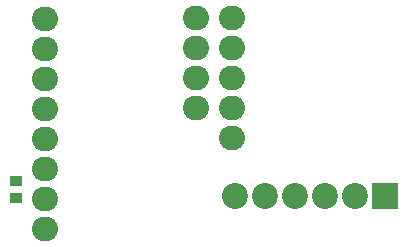
<source format=gts>
G04 Layer_Color=8388736*
%FSLAX42Y42*%
%MOMM*%
G71*
G01*
G75*
%ADD17R,1.10X0.90*%
%ADD18O,2.20X2.10*%
%ADD19C,2.20*%
%ADD20R,2.20X2.20*%
D17*
X11105Y9624D02*
D03*
Y9474D02*
D03*
D18*
X12630Y10998D02*
D03*
Y10744D02*
D03*
Y10490D02*
D03*
Y10236D02*
D03*
X12935Y9984D02*
D03*
Y10238D02*
D03*
Y10492D02*
D03*
Y10746D02*
D03*
Y11000D02*
D03*
X11350Y10995D02*
D03*
Y10741D02*
D03*
Y10487D02*
D03*
Y10233D02*
D03*
Y9979D02*
D03*
Y9725D02*
D03*
Y9471D02*
D03*
Y9217D02*
D03*
D19*
X12955Y9491D02*
D03*
X13209D02*
D03*
X13463D02*
D03*
X13717D02*
D03*
X13971D02*
D03*
D20*
X14225D02*
D03*
M02*

</source>
